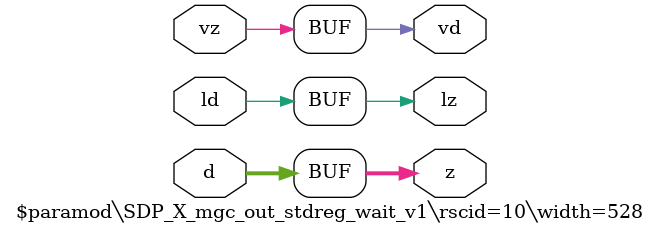
<source format=v>
module \$paramod\SDP_X_mgc_out_stdreg_wait_v1\rscid=10\width=528 (ld, vd, d, lz, vz, z);
  (* src = "./vmod/nvdla/sdp/NV_NVDLA_SDP_CORE_x.v:47" *)
  input [527:0] d;
  (* src = "./vmod/nvdla/sdp/NV_NVDLA_SDP_CORE_x.v:45" *)
  input ld;
  (* src = "./vmod/nvdla/sdp/NV_NVDLA_SDP_CORE_x.v:48" *)
  output lz;
  (* src = "./vmod/nvdla/sdp/NV_NVDLA_SDP_CORE_x.v:46" *)
  output vd;
  (* src = "./vmod/nvdla/sdp/NV_NVDLA_SDP_CORE_x.v:49" *)
  input vz;
  (* src = "./vmod/nvdla/sdp/NV_NVDLA_SDP_CORE_x.v:50" *)
  output [527:0] z;
  assign lz = ld;
  assign vd = vz;
  assign z = d;
endmodule

</source>
